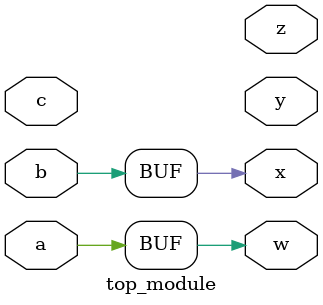
<source format=v>
module top_module( 
    input a,b,c,
    output w,x,y,z );
    assign w=a,x=b;

endmodule

</source>
